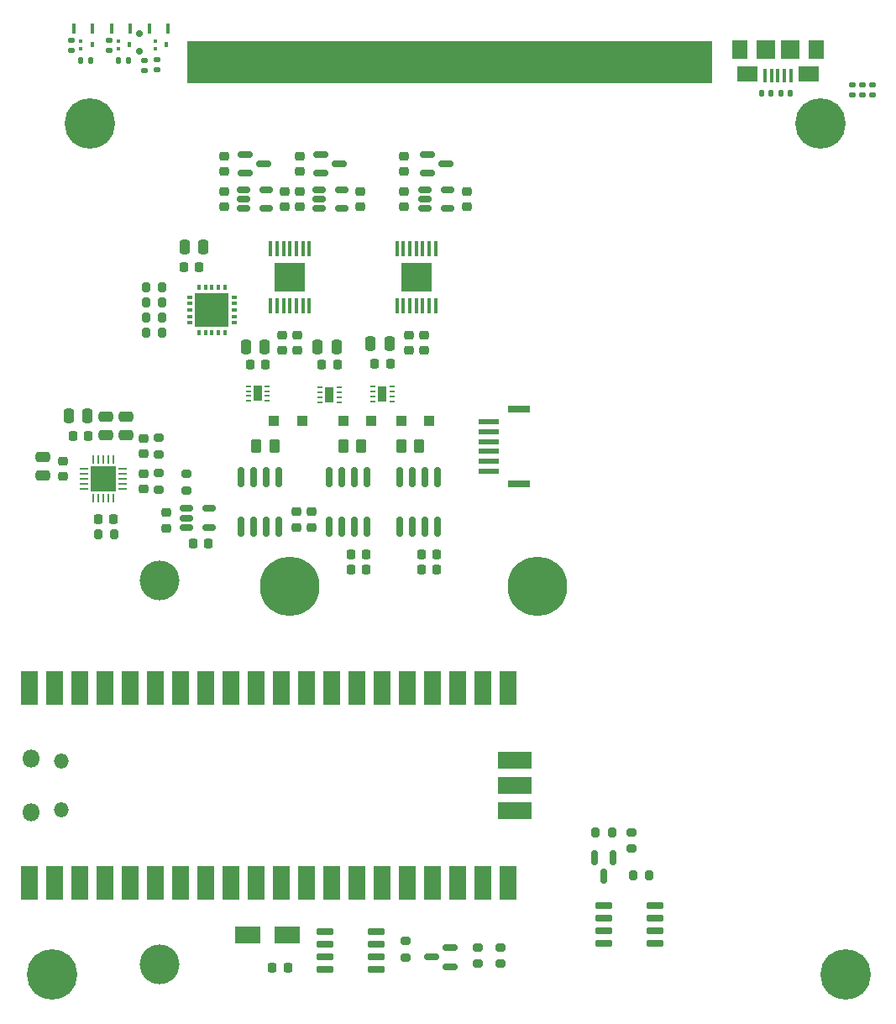
<source format=gbr>
%TF.GenerationSoftware,KiCad,Pcbnew,(6.0.5)*%
%TF.CreationDate,2022-05-20T09:36:28-04:00*%
%TF.ProjectId,FP Interface Card,46502049-6e74-4657-9266-616365204361,rev?*%
%TF.SameCoordinates,Original*%
%TF.FileFunction,Soldermask,Bot*%
%TF.FilePolarity,Negative*%
%FSLAX46Y46*%
G04 Gerber Fmt 4.6, Leading zero omitted, Abs format (unit mm)*
G04 Created by KiCad (PCBNEW (6.0.5)) date 2022-05-20 09:36:28*
%MOMM*%
%LPD*%
G01*
G04 APERTURE LIST*
G04 Aperture macros list*
%AMRoundRect*
0 Rectangle with rounded corners*
0 $1 Rounding radius*
0 $2 $3 $4 $5 $6 $7 $8 $9 X,Y pos of 4 corners*
0 Add a 4 corners polygon primitive as box body*
4,1,4,$2,$3,$4,$5,$6,$7,$8,$9,$2,$3,0*
0 Add four circle primitives for the rounded corners*
1,1,$1+$1,$2,$3*
1,1,$1+$1,$4,$5*
1,1,$1+$1,$6,$7*
1,1,$1+$1,$8,$9*
0 Add four rect primitives between the rounded corners*
20,1,$1+$1,$2,$3,$4,$5,0*
20,1,$1+$1,$4,$5,$6,$7,0*
20,1,$1+$1,$6,$7,$8,$9,0*
20,1,$1+$1,$8,$9,$2,$3,0*%
%AMFreePoly0*
4,1,12,0.105238,2.379067,0.194454,2.319454,0.254067,2.230238,0.275000,2.125000,0.275000,-1.400000,-0.275000,-1.400000,-0.275000,2.125000,-0.254067,2.230238,-0.194454,2.319454,-0.105238,2.379067,0.000000,2.400000,0.105238,2.379067,0.105238,2.379067,$1*%
G04 Aperture macros list end*
%ADD10C,0.100000*%
%ADD11C,5.080000*%
%ADD12C,0.700000*%
%ADD13FreePoly0,0.000000*%
%ADD14C,4.000000*%
%ADD15C,6.000000*%
%ADD16R,0.370000X1.000000*%
%ADD17RoundRect,0.101500X0.101500X0.571500X-0.101500X0.571500X-0.101500X-0.571500X0.101500X-0.571500X0*%
%ADD18R,0.406000X1.346000*%
%ADD19R,2.108000X1.600000*%
%ADD20R,1.905000X1.905000*%
%ADD21R,1.500000X1.905000*%
%ADD22RoundRect,0.140000X-0.170000X0.140000X-0.170000X-0.140000X0.170000X-0.140000X0.170000X0.140000X0*%
%ADD23R,0.450000X0.400000*%
%ADD24R,0.450000X0.500000*%
%ADD25RoundRect,0.135000X-0.135000X-0.185000X0.135000X-0.185000X0.135000X0.185000X-0.135000X0.185000X0*%
%ADD26RoundRect,0.135000X-0.185000X0.135000X-0.185000X-0.135000X0.185000X-0.135000X0.185000X0.135000X0*%
%ADD27RoundRect,0.135000X0.185000X-0.135000X0.185000X0.135000X-0.185000X0.135000X-0.185000X-0.135000X0*%
%ADD28RoundRect,0.140000X-0.140000X-0.170000X0.140000X-0.170000X0.140000X0.170000X-0.140000X0.170000X0*%
%ADD29RoundRect,0.140000X0.140000X0.170000X-0.140000X0.170000X-0.140000X-0.170000X0.140000X-0.170000X0*%
%ADD30RoundRect,0.225000X0.225000X0.250000X-0.225000X0.250000X-0.225000X-0.250000X0.225000X-0.250000X0*%
%ADD31RoundRect,0.150000X-0.150000X0.825000X-0.150000X-0.825000X0.150000X-0.825000X0.150000X0.825000X0*%
%ADD32RoundRect,0.150000X-0.512500X-0.150000X0.512500X-0.150000X0.512500X0.150000X-0.512500X0.150000X0*%
%ADD33RoundRect,0.250000X0.262500X0.450000X-0.262500X0.450000X-0.262500X-0.450000X0.262500X-0.450000X0*%
%ADD34R,2.025000X0.600000*%
%ADD35R,2.275000X0.800000*%
%ADD36RoundRect,0.150000X-0.725000X-0.150000X0.725000X-0.150000X0.725000X0.150000X-0.725000X0.150000X0*%
%ADD37RoundRect,0.225000X0.250000X-0.225000X0.250000X0.225000X-0.250000X0.225000X-0.250000X-0.225000X0*%
%ADD38RoundRect,0.250000X0.475000X-0.250000X0.475000X0.250000X-0.475000X0.250000X-0.475000X-0.250000X0*%
%ADD39R,3.100000X3.000000*%
%ADD40RoundRect,0.100000X-0.100000X0.687500X-0.100000X-0.687500X0.100000X-0.687500X0.100000X0.687500X0*%
%ADD41RoundRect,0.200000X-0.275000X0.200000X-0.275000X-0.200000X0.275000X-0.200000X0.275000X0.200000X0*%
%ADD42RoundRect,0.200000X0.200000X0.275000X-0.200000X0.275000X-0.200000X-0.275000X0.200000X-0.275000X0*%
%ADD43R,1.100000X1.100000*%
%ADD44R,2.500000X1.800000*%
%ADD45R,0.500000X0.250000*%
%ADD46R,0.900000X1.600000*%
%ADD47RoundRect,0.062500X-0.062500X0.350000X-0.062500X-0.350000X0.062500X-0.350000X0.062500X0.350000X0*%
%ADD48RoundRect,0.062500X-0.350000X0.062500X-0.350000X-0.062500X0.350000X-0.062500X0.350000X0.062500X0*%
%ADD49R,2.500000X2.500000*%
%ADD50RoundRect,0.200000X-0.200000X-0.275000X0.200000X-0.275000X0.200000X0.275000X-0.200000X0.275000X0*%
%ADD51RoundRect,0.200000X0.275000X-0.200000X0.275000X0.200000X-0.275000X0.200000X-0.275000X-0.200000X0*%
%ADD52RoundRect,0.225000X-0.250000X0.225000X-0.250000X-0.225000X0.250000X-0.225000X0.250000X0.225000X0*%
%ADD53RoundRect,0.250000X0.250000X0.475000X-0.250000X0.475000X-0.250000X-0.475000X0.250000X-0.475000X0*%
%ADD54RoundRect,0.150000X-0.587500X-0.150000X0.587500X-0.150000X0.587500X0.150000X-0.587500X0.150000X0*%
%ADD55O,1.500000X1.500000*%
%ADD56O,1.800000X1.800000*%
%ADD57R,1.700000X3.500000*%
%ADD58R,3.500000X1.700000*%
%ADD59RoundRect,0.225000X-0.225000X-0.250000X0.225000X-0.250000X0.225000X0.250000X-0.225000X0.250000X0*%
%ADD60RoundRect,0.250000X-0.250000X-0.475000X0.250000X-0.475000X0.250000X0.475000X-0.250000X0.475000X0*%
%ADD61RoundRect,0.150000X0.725000X0.150000X-0.725000X0.150000X-0.725000X-0.150000X0.725000X-0.150000X0*%
%ADD62RoundRect,0.150000X0.587500X0.150000X-0.587500X0.150000X-0.587500X-0.150000X0.587500X-0.150000X0*%
%ADD63RoundRect,0.150000X-0.150000X0.587500X-0.150000X-0.587500X0.150000X-0.587500X0.150000X0.587500X0*%
%ADD64R,0.400000X0.550000*%
%ADD65R,0.550000X0.400000*%
%ADD66C,0.500000*%
%ADD67R,3.350000X3.350000*%
G04 APERTURE END LIST*
%TO.C,P1*%
G36*
X111633831Y-70387155D02*
G01*
X58833831Y-70387155D01*
X58833831Y-66187155D01*
X111633831Y-66187155D01*
X111633831Y-70387155D01*
G37*
D10*
X111633831Y-70387155D02*
X58833831Y-70387155D01*
X58833831Y-66187155D01*
X111633831Y-66187155D01*
X111633831Y-70387155D01*
%TD*%
D11*
%TO.C,H2*%
X122690000Y-74540000D03*
%TD*%
%TO.C,H1*%
X49030000Y-74540000D03*
%TD*%
D12*
%TO.C,SW1*%
X54003770Y-65424167D03*
X54003770Y-67224167D03*
%TD*%
D13*
%TO.C,P1*%
X60033831Y-68787155D03*
X60833831Y-68787155D03*
X61633831Y-68787155D03*
X62433831Y-68787155D03*
X63233831Y-68787155D03*
X64033831Y-68787155D03*
X64833831Y-68787155D03*
X65633831Y-68787155D03*
X66433831Y-68787155D03*
X67233831Y-68787155D03*
X68033831Y-68787155D03*
X68833831Y-68787155D03*
X69633831Y-68787155D03*
X70433831Y-68787155D03*
X71233831Y-68787155D03*
X72033831Y-68787155D03*
X72833831Y-68787155D03*
X73633831Y-68787155D03*
X74433831Y-68787155D03*
X75233831Y-68787155D03*
X76033831Y-68787155D03*
X76833831Y-68787155D03*
X77633831Y-68787155D03*
X78433831Y-68787155D03*
X79233831Y-68787155D03*
X80033831Y-68787155D03*
X80833831Y-68787155D03*
X81633831Y-68787155D03*
X82433831Y-68787155D03*
X83233831Y-68787155D03*
X84033831Y-68787155D03*
X84833831Y-68787155D03*
X88833831Y-68787155D03*
X89633831Y-68787155D03*
X90433831Y-68787155D03*
X91233831Y-68787155D03*
X92033831Y-68787155D03*
X92833831Y-68787155D03*
X93633831Y-68787155D03*
X94433831Y-68787155D03*
X95233831Y-68787155D03*
X96033831Y-68787155D03*
X96833831Y-68787155D03*
X97633831Y-68787155D03*
X98433831Y-68787155D03*
X99233831Y-68787155D03*
X100033831Y-68787155D03*
X100833831Y-68787155D03*
X101633831Y-68787155D03*
X102433831Y-68787155D03*
X103233831Y-68787155D03*
X104033831Y-68787155D03*
X104833831Y-68787155D03*
X105633831Y-68787155D03*
X106433831Y-68787155D03*
X107233831Y-68787155D03*
X108033831Y-68787155D03*
X108833831Y-68787155D03*
X109633831Y-68787155D03*
X110433831Y-68787155D03*
%TD*%
D11*
%TO.C,H3*%
X125230000Y-160270000D03*
%TD*%
%TO.C,H4*%
X45230000Y-160270000D03*
%TD*%
D14*
%TO.C,U24*%
X56026000Y-159260000D03*
D15*
X69126000Y-121160000D03*
D14*
X56026000Y-120560000D03*
D15*
X94126000Y-121160000D03*
%TD*%
D16*
%TO.C,D2*%
X49233781Y-64974280D03*
X47373781Y-64974280D03*
%TD*%
%TO.C,D3*%
X53033773Y-64974280D03*
X51173773Y-64974280D03*
%TD*%
%TO.C,D5*%
X56833791Y-64974280D03*
X54973791Y-64974280D03*
%TD*%
D17*
%TO.C,J3*%
X117058778Y-69691167D03*
D18*
X117708778Y-69691167D03*
X118358778Y-69691167D03*
X119008778Y-69691167D03*
X119658778Y-69691167D03*
D19*
X121507778Y-69524167D03*
X115259778Y-69524167D03*
D20*
X117183778Y-67024167D03*
D21*
X114557778Y-67024167D03*
D20*
X119583778Y-67024167D03*
D21*
X122209778Y-67024167D03*
%TD*%
D22*
%TO.C,C8*%
X126878300Y-70636000D03*
X126878300Y-71596000D03*
%TD*%
%TO.C,C9*%
X127868900Y-70636000D03*
X127868900Y-71596000D03*
%TD*%
D23*
%TO.C,Q1*%
X48084000Y-66969400D03*
X48084000Y-66169400D03*
D24*
X49234000Y-66569400D03*
%TD*%
D23*
%TO.C,Q2*%
X51868600Y-66969400D03*
X51868600Y-66169400D03*
D24*
X53018600Y-66569400D03*
%TD*%
D23*
%TO.C,Q4*%
X55577000Y-66969400D03*
X55577000Y-66169400D03*
D24*
X56727000Y-66569400D03*
%TD*%
D25*
%TO.C,R4*%
X48072800Y-68118800D03*
X49092800Y-68118800D03*
%TD*%
D26*
%TO.C,R5*%
X125887700Y-70631400D03*
X125887700Y-71651400D03*
%TD*%
D27*
%TO.C,R7*%
X47109600Y-67181000D03*
X47109600Y-66161000D03*
%TD*%
D25*
%TO.C,R8*%
X51882800Y-68118800D03*
X52902800Y-68118800D03*
%TD*%
D27*
%TO.C,R9*%
X50945000Y-67181000D03*
X50945000Y-66161000D03*
%TD*%
D26*
%TO.C,R14*%
X55775800Y-68108800D03*
X55775800Y-69128800D03*
%TD*%
D27*
%TO.C,R15*%
X54526400Y-69136800D03*
X54526400Y-68116800D03*
%TD*%
D28*
%TO.C,Z1*%
X118689400Y-71497000D03*
X119649400Y-71497000D03*
%TD*%
D29*
%TO.C,Z2*%
X117668200Y-71497000D03*
X116708200Y-71497000D03*
%TD*%
D30*
%TO.C,C59*%
X83978000Y-119503000D03*
X82428000Y-119503000D03*
%TD*%
D31*
%TO.C,U17*%
X64280000Y-110170000D03*
X65550000Y-110170000D03*
X66820000Y-110170000D03*
X68090000Y-110170000D03*
X68090000Y-115120000D03*
X66820000Y-115120000D03*
X65550000Y-115120000D03*
X64280000Y-115120000D03*
%TD*%
D30*
%TO.C,C2*%
X73945000Y-98802000D03*
X72395000Y-98802000D03*
%TD*%
D32*
%TO.C,U23*%
X82814700Y-83079400D03*
X82814700Y-82129400D03*
X82814700Y-81179400D03*
X85089700Y-81179400D03*
X85089700Y-83079400D03*
%TD*%
D33*
%TO.C,R34*%
X82213500Y-107057000D03*
X80388500Y-107057000D03*
%TD*%
D34*
%TO.C,J4*%
X89197500Y-109557000D03*
X89197500Y-108557000D03*
X89197500Y-107557000D03*
X89197500Y-106557000D03*
X89197500Y-105557000D03*
X89197500Y-104557000D03*
D35*
X92247500Y-110857000D03*
X92247500Y-103257000D03*
%TD*%
D30*
%TO.C,C50*%
X66706000Y-98821000D03*
X65156000Y-98821000D03*
%TD*%
D36*
%TO.C,Q23*%
X100810000Y-157154000D03*
X100810000Y-155884000D03*
X100810000Y-154614000D03*
X100810000Y-153344000D03*
X105960000Y-153344000D03*
X105960000Y-154614000D03*
X105960000Y-155884000D03*
X105960000Y-157154000D03*
%TD*%
D37*
%TO.C,C63*%
X70190200Y-82904400D03*
X70190200Y-81354400D03*
%TD*%
D38*
%TO.C,C46*%
X50632200Y-105939400D03*
X50632200Y-104039400D03*
%TD*%
D39*
%TO.C,U15*%
X81906200Y-90003400D03*
D40*
X79956200Y-87140900D03*
X80606200Y-87140900D03*
X81256200Y-87140900D03*
X81906200Y-87140900D03*
X82556200Y-87140900D03*
X83206200Y-87140900D03*
X83856200Y-87140900D03*
X83856200Y-92865900D03*
X83206200Y-92865900D03*
X82556200Y-92865900D03*
X81906200Y-92865900D03*
X81256200Y-92865900D03*
X80606200Y-92865900D03*
X79956200Y-92865900D03*
%TD*%
D37*
%TO.C,C69*%
X80650200Y-82924400D03*
X80650200Y-81374400D03*
%TD*%
D30*
%TO.C,C60*%
X83978000Y-117979000D03*
X82428000Y-117979000D03*
%TD*%
D41*
%TO.C,R92*%
X80814000Y-156895000D03*
X80814000Y-158545000D03*
%TD*%
D30*
%TO.C,C57*%
X79279000Y-98727000D03*
X77729000Y-98727000D03*
%TD*%
D42*
%TO.C,R37*%
X51457200Y-115911400D03*
X49807200Y-115911400D03*
%TD*%
D43*
%TO.C,D1*%
X74567000Y-104517000D03*
X77367000Y-104517000D03*
%TD*%
D41*
%TO.C,R105*%
X103599000Y-145925000D03*
X103599000Y-147575000D03*
%TD*%
D37*
%TO.C,C44*%
X56669800Y-115275600D03*
X56669800Y-113725600D03*
%TD*%
D30*
%TO.C,C55*%
X76866000Y-117979000D03*
X75316000Y-117979000D03*
%TD*%
D41*
%TO.C,R90*%
X90444000Y-157545000D03*
X90444000Y-159195000D03*
%TD*%
D44*
%TO.C,D8*%
X64898000Y-156326000D03*
X68898000Y-156326000D03*
%TD*%
D45*
%TO.C,U16*%
X66881000Y-100973000D03*
X66881000Y-101473000D03*
X66881000Y-101973000D03*
X66881000Y-102473000D03*
X64981000Y-102473000D03*
X64981000Y-101973000D03*
X64981000Y-101473000D03*
X64981000Y-100973000D03*
D46*
X65931000Y-101723000D03*
%TD*%
D32*
%TO.C,U13*%
X58763100Y-115220200D03*
X58763100Y-114270200D03*
X58763100Y-113320200D03*
X61038100Y-113320200D03*
X61038100Y-115220200D03*
%TD*%
D47*
%TO.C,U14*%
X49378200Y-108385900D03*
X49878200Y-108385900D03*
X50378200Y-108385900D03*
X50878200Y-108385900D03*
X51378200Y-108385900D03*
D48*
X52315700Y-109323400D03*
X52315700Y-109823400D03*
X52315700Y-110323400D03*
X52315700Y-110823400D03*
X52315700Y-111323400D03*
D47*
X51378200Y-112260900D03*
X50878200Y-112260900D03*
X50378200Y-112260900D03*
X49878200Y-112260900D03*
X49378200Y-112260900D03*
D48*
X48440700Y-111323400D03*
X48440700Y-110823400D03*
X48440700Y-110323400D03*
X48440700Y-109823400D03*
X48440700Y-109323400D03*
D49*
X50378200Y-110323400D03*
%TD*%
D50*
%TO.C,R28*%
X54633200Y-95591400D03*
X56283200Y-95591400D03*
%TD*%
D33*
%TO.C,R32*%
X67608500Y-107057000D03*
X65783500Y-107057000D03*
%TD*%
D37*
%TO.C,C64*%
X68666200Y-82904400D03*
X68666200Y-81354400D03*
%TD*%
D51*
%TO.C,R36*%
X55966200Y-107846400D03*
X55966200Y-106196400D03*
%TD*%
D41*
%TO.C,R93*%
X58750000Y-109825000D03*
X58750000Y-111475000D03*
%TD*%
D37*
%TO.C,C65*%
X62570200Y-79348400D03*
X62570200Y-77798400D03*
%TD*%
%TO.C,C42*%
X54442200Y-111352400D03*
X54442200Y-109802400D03*
%TD*%
D52*
%TO.C,C41*%
X81144200Y-95832400D03*
X81144200Y-97382400D03*
%TD*%
D53*
%TO.C,C58*%
X79200000Y-96695000D03*
X77300000Y-96695000D03*
%TD*%
D30*
%TO.C,C43*%
X60925600Y-116810200D03*
X59375600Y-116810200D03*
%TD*%
D53*
%TO.C,C36*%
X48788200Y-103973400D03*
X46888200Y-103973400D03*
%TD*%
D54*
%TO.C,RN3*%
X83014700Y-79543400D03*
X83014700Y-77643400D03*
X84889700Y-78593400D03*
%TD*%
D43*
%TO.C,D7*%
X80409000Y-104517000D03*
X83209000Y-104517000D03*
%TD*%
D37*
%TO.C,C66*%
X62570200Y-82904400D03*
X62570200Y-81354400D03*
%TD*%
D55*
%TO.C,U25*%
X46104000Y-143645000D03*
X46104000Y-138795000D03*
D56*
X43074000Y-143945000D03*
X43074000Y-138495000D03*
D57*
X42944000Y-131430000D03*
X45484000Y-131430000D03*
X48024000Y-131430000D03*
X50564000Y-131430000D03*
X53104000Y-131430000D03*
X55644000Y-131430000D03*
X58184000Y-131430000D03*
X60724000Y-131430000D03*
X63264000Y-131430000D03*
X65804000Y-131430000D03*
X68344000Y-131430000D03*
X70884000Y-131430000D03*
X73424000Y-131430000D03*
X75964000Y-131430000D03*
X78504000Y-131430000D03*
X81044000Y-131430000D03*
X83584000Y-131430000D03*
X86124000Y-131430000D03*
X88664000Y-131430000D03*
X91204000Y-131430000D03*
X91204000Y-151010000D03*
X88664000Y-151010000D03*
X86124000Y-151010000D03*
X83584000Y-151010000D03*
X81044000Y-151010000D03*
X78504000Y-151010000D03*
X75964000Y-151010000D03*
X73424000Y-151010000D03*
X70884000Y-151010000D03*
X68344000Y-151010000D03*
X65804000Y-151010000D03*
X63264000Y-151010000D03*
X60724000Y-151010000D03*
X58184000Y-151010000D03*
X55644000Y-151010000D03*
X53104000Y-151010000D03*
X50564000Y-151010000D03*
X48024000Y-151010000D03*
X45484000Y-151010000D03*
X42944000Y-151010000D03*
D58*
X91874000Y-138680000D03*
X91874000Y-141220000D03*
X91874000Y-143760000D03*
%TD*%
D59*
%TO.C,C37*%
X49857200Y-114387400D03*
X51407200Y-114387400D03*
%TD*%
D37*
%TO.C,C67*%
X87000200Y-82924400D03*
X87000200Y-81374400D03*
%TD*%
D50*
%TO.C,R29*%
X54633200Y-94067400D03*
X56283200Y-94067400D03*
%TD*%
%TO.C,R30*%
X54633200Y-92543400D03*
X56283200Y-92543400D03*
%TD*%
D33*
%TO.C,R33*%
X76371500Y-107057000D03*
X74546500Y-107057000D03*
%TD*%
D43*
%TO.C,D6*%
X67582000Y-104517000D03*
X70382000Y-104517000D03*
%TD*%
D53*
%TO.C,C51*%
X66627000Y-97043000D03*
X64727000Y-97043000D03*
%TD*%
D42*
%TO.C,R106*%
X101649000Y-145950000D03*
X99999000Y-145950000D03*
%TD*%
D30*
%TO.C,C40*%
X48867200Y-106005400D03*
X47317200Y-106005400D03*
%TD*%
D37*
%TO.C,C62*%
X70190200Y-79348400D03*
X70190200Y-77798400D03*
%TD*%
D52*
%TO.C,C34*%
X54442200Y-106246400D03*
X54442200Y-107796400D03*
%TD*%
D50*
%TO.C,R31*%
X54633200Y-91019400D03*
X56283200Y-91019400D03*
%TD*%
D31*
%TO.C,U18*%
X73170000Y-110170000D03*
X74440000Y-110170000D03*
X75710000Y-110170000D03*
X76980000Y-110170000D03*
X76980000Y-115120000D03*
X75710000Y-115120000D03*
X74440000Y-115120000D03*
X73170000Y-115120000D03*
%TD*%
D54*
%TO.C,RN1*%
X72300700Y-79523400D03*
X72300700Y-77623400D03*
X74175700Y-78573400D03*
%TD*%
D37*
%TO.C,C68*%
X80650200Y-79368400D03*
X80650200Y-77818400D03*
%TD*%
D42*
%TO.C,R107*%
X105410000Y-150301000D03*
X103760000Y-150301000D03*
%TD*%
D60*
%TO.C,C30*%
X58572200Y-86955400D03*
X60472200Y-86955400D03*
%TD*%
D41*
%TO.C,R91*%
X88158000Y-157545000D03*
X88158000Y-159195000D03*
%TD*%
D37*
%TO.C,C52*%
X71392000Y-115198000D03*
X71392000Y-113648000D03*
%TD*%
%TO.C,C53*%
X69868000Y-115198000D03*
X69868000Y-113648000D03*
%TD*%
%TO.C,C61*%
X76286200Y-82904400D03*
X76286200Y-81354400D03*
%TD*%
D61*
%TO.C,Q21*%
X77855000Y-155945000D03*
X77855000Y-157215000D03*
X77855000Y-158485000D03*
X77855000Y-159755000D03*
X72705000Y-159755000D03*
X72705000Y-158485000D03*
X72705000Y-157215000D03*
X72705000Y-155945000D03*
%TD*%
D32*
%TO.C,U21*%
X72100700Y-83079400D03*
X72100700Y-82129400D03*
X72100700Y-81179400D03*
X74375700Y-81179400D03*
X74375700Y-83079400D03*
%TD*%
D62*
%TO.C,Q20*%
X85307500Y-157586000D03*
X85307500Y-159486000D03*
X83432500Y-158536000D03*
%TD*%
D37*
%TO.C,C39*%
X46314200Y-110082400D03*
X46314200Y-108532400D03*
%TD*%
D54*
%TO.C,RN2*%
X64680700Y-79523400D03*
X64680700Y-77623400D03*
X66555700Y-78573400D03*
%TD*%
D63*
%TO.C,Q22*%
X99874000Y-148512500D03*
X101774000Y-148512500D03*
X100824000Y-150387500D03*
%TD*%
D45*
%TO.C,U1*%
X74120000Y-101100000D03*
X74120000Y-101600000D03*
X74120000Y-102100000D03*
X74120000Y-102600000D03*
X72220000Y-102600000D03*
X72220000Y-102100000D03*
X72220000Y-101600000D03*
X72220000Y-101100000D03*
D46*
X73170000Y-101850000D03*
%TD*%
D52*
%TO.C,C38*%
X82668200Y-95832400D03*
X82668200Y-97382400D03*
%TD*%
D39*
%TO.C,U12*%
X69174200Y-90003400D03*
D40*
X67224200Y-87140900D03*
X67874200Y-87140900D03*
X68524200Y-87140900D03*
X69174200Y-87140900D03*
X69824200Y-87140900D03*
X70474200Y-87140900D03*
X71124200Y-87140900D03*
X71124200Y-92865900D03*
X70474200Y-92865900D03*
X69824200Y-92865900D03*
X69174200Y-92865900D03*
X68524200Y-92865900D03*
X67874200Y-92865900D03*
X67224200Y-92865900D03*
%TD*%
D38*
%TO.C,C45*%
X52664200Y-105939400D03*
X52664200Y-104039400D03*
%TD*%
D53*
%TO.C,C3*%
X73866000Y-97024000D03*
X71966000Y-97024000D03*
%TD*%
D52*
%TO.C,C33*%
X68412200Y-95832400D03*
X68412200Y-97382400D03*
%TD*%
D31*
%TO.C,U20*%
X80282000Y-110170000D03*
X81552000Y-110170000D03*
X82822000Y-110170000D03*
X84092000Y-110170000D03*
X84092000Y-115120000D03*
X82822000Y-115120000D03*
X81552000Y-115120000D03*
X80282000Y-115120000D03*
%TD*%
D52*
%TO.C,C32*%
X69936200Y-95832400D03*
X69936200Y-97382400D03*
%TD*%
D30*
%TO.C,C72*%
X68943000Y-159628000D03*
X67393000Y-159628000D03*
%TD*%
D45*
%TO.C,U19*%
X79454000Y-101025000D03*
X79454000Y-101525000D03*
X79454000Y-102025000D03*
X79454000Y-102525000D03*
X77554000Y-102525000D03*
X77554000Y-102025000D03*
X77554000Y-101525000D03*
X77554000Y-101025000D03*
D46*
X78504000Y-101775000D03*
%TD*%
D59*
%TO.C,C31*%
X58493200Y-88987400D03*
X60043200Y-88987400D03*
%TD*%
D32*
%TO.C,U22*%
X64480700Y-83079400D03*
X64480700Y-82129400D03*
X64480700Y-81179400D03*
X66755700Y-81179400D03*
X66755700Y-83079400D03*
%TD*%
D41*
%TO.C,R38*%
X55966200Y-109752400D03*
X55966200Y-111402400D03*
%TD*%
D30*
%TO.C,C54*%
X76866000Y-119503000D03*
X75316000Y-119503000D03*
%TD*%
D38*
%TO.C,C35*%
X44282200Y-110003400D03*
X44282200Y-108103400D03*
%TD*%
D64*
%TO.C,U11*%
X60000200Y-91055400D03*
X60650200Y-91055400D03*
X61300200Y-91055400D03*
X61950200Y-91055400D03*
X62600200Y-91055400D03*
D65*
X63550200Y-92005400D03*
X63550200Y-92655400D03*
X63550200Y-93305400D03*
X63550200Y-93955400D03*
X63550200Y-94605400D03*
D64*
X62600200Y-95555400D03*
X61950200Y-95555400D03*
X61300200Y-95555400D03*
X60650200Y-95555400D03*
X60000200Y-95555400D03*
D65*
X59050200Y-94605400D03*
X59050200Y-93955400D03*
X59050200Y-93305400D03*
X59050200Y-92655400D03*
X59050200Y-92005400D03*
D66*
X61300200Y-94305400D03*
X62300200Y-92305400D03*
X60300200Y-92305400D03*
X62300200Y-93305400D03*
X61300200Y-93305400D03*
D67*
X61300200Y-93305400D03*
D66*
X62300200Y-94305400D03*
X60300200Y-94305400D03*
X61300200Y-92305400D03*
X60300200Y-93305400D03*
%TD*%
M02*

</source>
